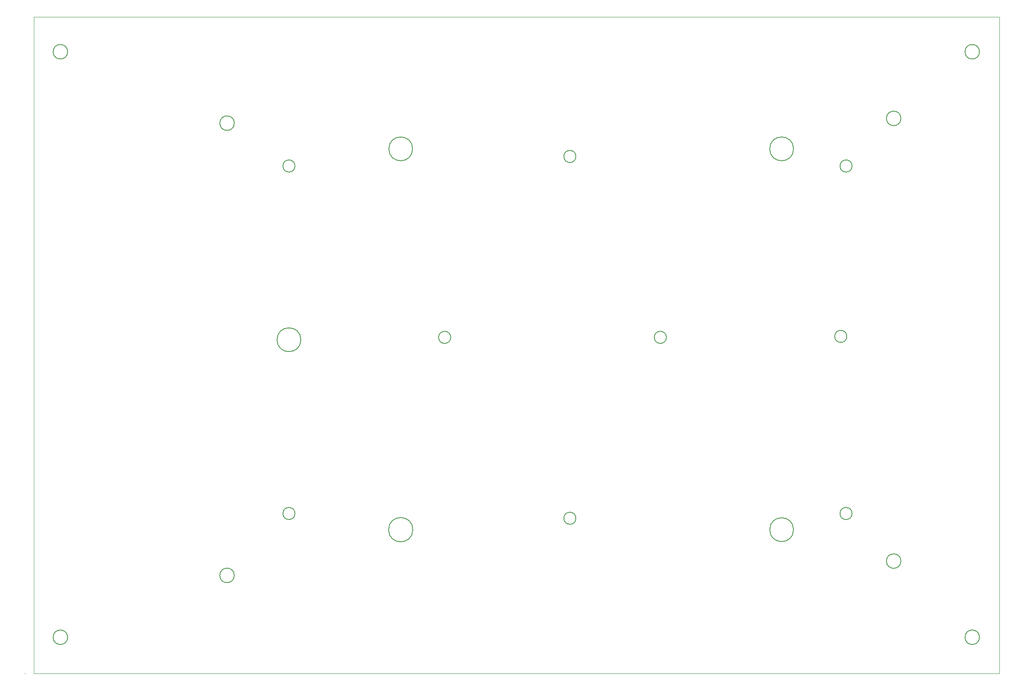
<source format=gbr>
G04 #@! TF.FileFunction,Profile,NP*
%FSLAX46Y46*%
G04 Gerber Fmt 4.6, Leading zero omitted, Abs format (unit mm)*
G04 Created by KiCad (PCBNEW 4.0.2-stable) date Monday, November 12, 2018 'PMt' 10:07:05 PM*
%MOMM*%
G01*
G04 APERTURE LIST*
%ADD10C,0.100000*%
%ADD11C,0.200000*%
G04 APERTURE END LIST*
D10*
D11*
X117019510Y-171400000D02*
G75*
G03X117019510Y-171400000I-2549510J0D01*
G01*
X196970000Y-171400000D02*
G75*
G03X196970000Y-171400000I-2500000J0D01*
G01*
X196970000Y-91400000D02*
G75*
G03X196970000Y-91400000I-2500000J0D01*
G01*
X116970000Y-91400000D02*
G75*
G03X116970000Y-91400000I-2500000J0D01*
G01*
D10*
X37410000Y-63670000D02*
X239340000Y-63650000D01*
X37410000Y-201570000D02*
X52800000Y-201570000D01*
X37410000Y-201560000D02*
X37410000Y-63650000D01*
D11*
X236024000Y-71000000D02*
G75*
G03X236024000Y-71000000I-1524000J0D01*
G01*
X236024000Y-194000000D02*
G75*
G03X236024000Y-194000000I-1524000J0D01*
G01*
X219524000Y-178000000D02*
G75*
G03X219524000Y-178000000I-1524000J0D01*
G01*
X219524000Y-85000000D02*
G75*
G03X219524000Y-85000000I-1524000J0D01*
G01*
X79524000Y-86000000D02*
G75*
G03X79524000Y-86000000I-1524000J0D01*
G01*
X79524000Y-181000000D02*
G75*
G03X79524000Y-181000000I-1524000J0D01*
G01*
X44524000Y-194000000D02*
G75*
G03X44524000Y-194000000I-1524000J0D01*
G01*
X44524000Y-71000000D02*
G75*
G03X44524000Y-71000000I-1524000J0D01*
G01*
X124970000Y-131000000D02*
G75*
G03X124970000Y-131000000I-1270000J0D01*
G01*
X170270000Y-131000000D02*
G75*
G03X170270000Y-131000000I-1270000J0D01*
G01*
X151270000Y-93000000D02*
G75*
G03X151270000Y-93000000I-1270000J0D01*
G01*
X151270000Y-169000000D02*
G75*
G03X151270000Y-169000000I-1270000J0D01*
G01*
X209270000Y-168000000D02*
G75*
G03X209270000Y-168000000I-1270000J0D01*
G01*
X208160000Y-130790000D02*
G75*
G03X208160000Y-130790000I-1270000J0D01*
G01*
X209270000Y-95000000D02*
G75*
G03X209270000Y-95000000I-1270000J0D01*
G01*
X93500000Y-131500000D02*
G75*
G03X93500000Y-131500000I-2500000J0D01*
G01*
X92270000Y-168000000D02*
G75*
G03X92270000Y-168000000I-1270000J0D01*
G01*
X92270000Y-95000000D02*
G75*
G03X92270000Y-95000000I-1270000J0D01*
G01*
D10*
X35490000Y-201570000D02*
X35510000Y-201570000D01*
X35600000Y-201570000D02*
X35600000Y-201560000D01*
X52800000Y-201570000D02*
X52800000Y-201580000D01*
X240220000Y-201570000D02*
X52800000Y-201570000D01*
X240210000Y-201570000D02*
X240220000Y-201570000D01*
X240210000Y-150240000D02*
X240210000Y-201570000D01*
X240210000Y-150360000D02*
X240200000Y-150360000D01*
X240210000Y-130920000D02*
X240210000Y-150360000D01*
X240210000Y-131000000D02*
X240210000Y-131010000D01*
X240210000Y-109020000D02*
X240210000Y-131000000D01*
X240210000Y-109140000D02*
X240230000Y-109140000D01*
X240210000Y-63650000D02*
X240210000Y-109140000D01*
X239340000Y-63650000D02*
X240210000Y-63650000D01*
M02*

</source>
